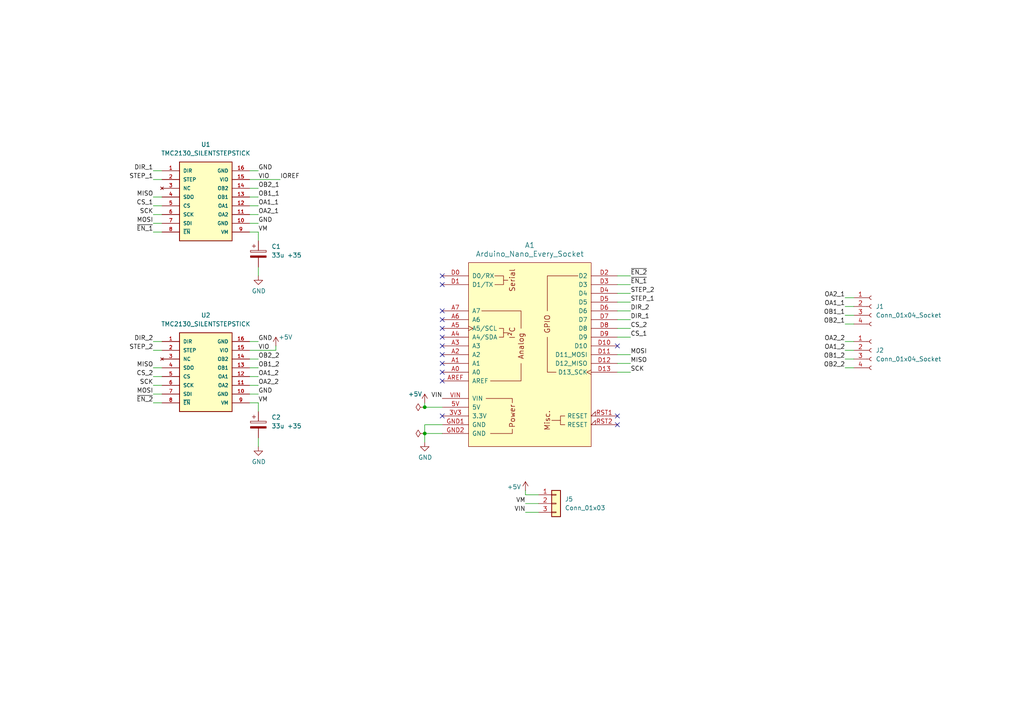
<source format=kicad_sch>
(kicad_sch (version 20231120) (generator "eeschema") (generator_version "8.0")
  (paper "A4")
  (lib_symbols
    (symbol "Connector:Conn_01x04_Socket" (pin_names (offset 1.016) hide)
      (property "Reference" "J" (at 0 5.08 0))
      (property "Value" "Conn_01x04_Socket" (at 0 -7.62 0))
      (symbol "Conn_01x04_Socket_1_1"
        (arc (start 0 -4.572) (mid -0.5058 -5.08) (end 0 -5.588) (stroke (width 0.1524)))
        (arc (start 0 -2.032) (mid -0.5058 -2.54) (end 0 -3.048) (stroke (width 0.1524)))
        (polyline (pts (xy -1.27 -5.08) (xy -0.508 -5.08)) (stroke (width 0.1524)))
        (polyline (pts (xy -1.27 -2.54) (xy -0.508 -2.54)) (stroke (width 0.1524)))
        (polyline (pts (xy -1.27 0) (xy -0.508 0)) (stroke (width 0.1524)))
        (polyline (pts (xy -1.27 2.54) (xy -0.508 2.54)) (stroke (width 0.1524)))
        (arc (start 0 0.508) (mid -0.5058 0) (end 0 -0.508) (stroke (width 0.1524)))
        (arc (start 0 3.048) (mid -0.5058 2.54) (end 0 2.032) (stroke (width 0.1524)))
        (pin passive line (at -5.08 2.54 0) (length 3.81) (name "Pin_1") (number "1"))
        (pin passive line (at -5.08 0 0) (length 3.81) (name "Pin_2") (number "2"))
        (pin passive line (at -5.08 -2.54 0) (length 3.81) (name "Pin_3") (number "3"))
        (pin passive line (at -5.08 -5.08 0) (length 3.81) (name "Pin_4") (number "4"))
      )
    )
    (symbol "Device:C_Polarized" (pin_numbers hide) (pin_names (offset 0.254))
      (property "Reference" "C" (at 0.635 2.54 0))
      (property "Value" "C_Polarized" (at 0.635 -2.54 0))
      (symbol "C_Polarized_0_1"
        (rectangle (start -2.286 0.508) (end 2.286 1.016))
        (polyline (pts (xy -1.778 2.286) (xy -0.762 2.286)))
        (polyline (pts (xy -1.27 2.794) (xy -1.27 1.778)))
        (rectangle (start 2.286 -0.508) (end -2.286 -1.016) (fill (type outline)))
      )
      (symbol "C_Polarized_1_1"
        (pin passive line (at 0 3.81 270) (length 2.794) (name "~") (number "1"))
        (pin passive line (at 0 -3.81 90) (length 2.794) (name "~") (number "2"))
      )
    )
    (symbol "LibPersoNadj:TMC2130_SILENTSTEPSTICK" (pin_names (offset 1.016))
      (property "Reference" "U" (at -12.7 22.86 0))
      (property "Value" "TMC2130_SILENTSTEPSTICK" (at -12.7 -22.86 0))
      (symbol "TMC2130_SILENTSTEPSTICK_0_0"
        (rectangle (start -7.62 12.7) (end 7.62 -10.16) (stroke (width 0.254)) (fill (type background)))
      )
      (symbol "TMC2130_SILENTSTEPSTICK_1_0"
        (pin input line (at -12.7 10.16 0) (length 5.08) (name "DIR") (number "1"))
        (pin power_in line (at 12.7 -5.08 180) (length 5.08) (name "GND") (number "10"))
        (pin output line (at 12.7 -2.54 180) (length 5.08) (name "OA2") (number "11"))
        (pin output line (at 12.7 0 180) (length 5.08) (name "OA1") (number "12"))
        (pin output line (at 12.7 2.54 180) (length 5.08) (name "OB1") (number "13"))
        (pin output line (at 12.7 5.08 180) (length 5.08) (name "OB2") (number "14"))
        (pin power_in line (at 12.7 7.62 180) (length 5.08) (name "VIO") (number "15"))
        (pin power_in line (at 12.7 10.16 180) (length 5.08) (name "GND") (number "16"))
        (pin no_connect line (at -2.54 -15.24 90) (length 5.08) hide (name "VREF") (number "17"))
        (pin no_connect line (at 0 -15.24 90) (length 5.08) hide (name "DIAG0") (number "18"))
        (pin no_connect line (at 2.54 -15.24 90) (length 5.08) hide (name "DIAG1") (number "19"))
        (pin input line (at -12.7 7.62 0) (length 5.08) (name "STEP") (number "2"))
        (pin no_connect line (at -12.7 5.08 0) (length 5.08) (name "NC") (number "3"))
        (pin input line (at -12.7 2.54 0) (length 5.08) (name "SDO") (number "4"))
        (pin input line (at -12.7 0 0) (length 5.08) (name "CS") (number "5"))
        (pin input line (at -12.7 -2.54 0) (length 5.08) (name "SCK") (number "6"))
        (pin unspecified line (at -12.7 -5.08 0) (length 5.08) (name "SDI") (number "7"))
        (pin input line (at -12.7 -7.62 0) (length 5.08) (name "~{EN}") (number "8"))
        (pin power_in line (at 12.7 -7.62 180) (length 5.08) (name "VM") (number "9"))
      )
    )
    (symbol "PCM_4ms_Connector:Conn_01x03" (pin_names (offset 1.016) hide)
      (property "Reference" "J" (at 0 5.08 0))
      (property "Value" "Conn_01x03" (at 0 -5.08 0))
      (symbol "Conn_01x03_1_1"
        (rectangle (start -1.27 -2.413) (end 0 -2.667) (stroke (width 0.1524)))
        (rectangle (start -1.27 0.127) (end 0 -0.127) (stroke (width 0.1524)))
        (rectangle (start -1.27 2.667) (end 0 2.413) (stroke (width 0.1524)))
        (rectangle (start -1.27 3.81) (end 1.27 -3.81) (stroke (width 0.254)) (fill (type background)))
        (pin passive line (at -5.08 2.54 0) (length 3.81) (name "Pin_1") (number "1"))
        (pin passive line (at -5.08 0 0) (length 3.81) (name "Pin_2") (number "2"))
        (pin passive line (at -5.08 -2.54 0) (length 3.81) (name "Pin_3") (number "3"))
      )
    )
    (symbol "PCM_arduino-library:Arduino_Nano_Every_Socket" (pin_names (offset 1.016))
      (property "Reference" "A" (at 0 33.02 0))
      (property "Value" "Arduino_Nano_Every_Socket" (at 0 29.21 0))
      (symbol "Arduino_Nano_Every_Socket_0_0"
        (rectangle (start -17.78 26.67) (end 17.78 -26.67) (fill (type background)))
        (polyline (pts (xy -7.62 6.35) (xy -6.35 6.35)))
        (polyline (pts (xy -7.62 21.59) (xy -6.35 21.59)))
        (polyline (pts (xy 8.89 -19.05) (xy 6.35 -19.05)))
        (polyline (pts (xy -11.43 -22.86) (xy -5.08 -22.86) (xy -5.08 -21.59)))
        (polyline (pts (xy -5.08 -13.97) (xy -5.08 -12.7) (xy -12.7 -12.7)))
        (polyline (pts (xy -10.16 22.86) (xy -7.62 22.86) (xy -7.62 20.32) (xy -10.16 20.32)))
        (polyline (pts (xy -8.89 7.62) (xy -7.62 7.62) (xy -7.62 5.08) (xy -8.89 5.08)))
        (text "Analog" (at -2.54 2.54 900) (effects (font (size 1.524 1.524))))
        (text "I²C" (at -5.08 6.35 900) (effects (font (size 1.524 1.524))))
        (text "Misc." (at 5.08 -19.05 900) (effects (font (size 1.524 1.524))))
        (text "Power" (at -5.08 -17.78 900) (effects (font (size 1.524 1.524))))
        (text "Serial" (at -5.08 21.59 900) (effects (font (size 1.524 1.524))))
      )
      (symbol "Arduino_Nano_Every_Socket_0_1"
        (polyline (pts (xy -13.97 12.7) (xy -2.54 12.7) (xy -2.54 7.62)))
        (polyline (pts (xy -11.43 -7.62) (xy -2.54 -7.62) (xy -2.54 -2.54)))
        (polyline (pts (xy 7.62 -5.08) (xy 5.08 -5.08) (xy 5.08 5.08)))
        (polyline (pts (xy 13.97 22.86) (xy 5.08 22.86) (xy 5.08 12.7)))
        (polyline (pts (xy 10.16 -17.78) (xy 8.89 -17.78) (xy 8.89 -20.32) (xy 10.16 -20.32)))
      )
      (symbol "Arduino_Nano_Every_Socket_1_0"
        (text "GPIO" (at 5.08 8.89 900) (effects (font (size 1.524 1.524))))
      )
      (symbol "Arduino_Nano_Every_Socket_1_1"
        (pin power_out line (at -25.4 -17.78 0) (length 7.62) (name "3.3V") (number "3V3"))
        (pin power_in line (at -25.4 -15.24 0) (length 7.62) (name "5V") (number "5V"))
        (pin bidirectional line (at -25.4 -5.08 0) (length 7.62) (name "A0") (number "A0"))
        (pin bidirectional line (at -25.4 -2.54 0) (length 7.62) (name "A1") (number "A1"))
        (pin bidirectional line (at -25.4 0 0) (length 7.62) (name "A2") (number "A2"))
        (pin bidirectional line (at -25.4 2.54 0) (length 7.62) (name "A3") (number "A3"))
        (pin bidirectional line (at -25.4 5.08 0) (length 7.62) (name "A4/SDA") (number "A4"))
        (pin bidirectional clock (at -25.4 7.62 0) (length 7.62) (name "A5/SCL") (number "A5"))
        (pin input line (at -25.4 10.16 0) (length 7.62) (name "A6") (number "A6"))
        (pin input line (at -25.4 12.7 0) (length 7.62) (name "A7") (number "A7"))
        (pin input line (at -25.4 -7.62 0) (length 7.62) (name "AREF") (number "AREF"))
        (pin bidirectional line (at -25.4 22.86 0) (length 7.62) (name "D0/RX") (number "D0"))
        (pin bidirectional line (at -25.4 20.32 0) (length 7.62) (name "D1/TX") (number "D1"))
        (pin bidirectional line (at 25.4 2.54 180) (length 7.62) (name "D10") (number "D10"))
        (pin bidirectional line (at 25.4 0 180) (length 7.62) (name "D11_MOSI") (number "D11"))
        (pin bidirectional line (at 25.4 -2.54 180) (length 7.62) (name "D12_MISO") (number "D12"))
        (pin bidirectional clock (at 25.4 -5.08 180) (length 7.62) (name "D13_SCK") (number "D13"))
        (pin bidirectional line (at 25.4 22.86 180) (length 7.62) (name "D2") (number "D2"))
        (pin bidirectional line (at 25.4 20.32 180) (length 7.62) (name "D3") (number "D3"))
        (pin bidirectional line (at 25.4 17.78 180) (length 7.62) (name "D4") (number "D4"))
        (pin bidirectional line (at 25.4 15.24 180) (length 7.62) (name "D5") (number "D5"))
        (pin bidirectional line (at 25.4 12.7 180) (length 7.62) (name "D6") (number "D6"))
        (pin bidirectional line (at 25.4 10.16 180) (length 7.62) (name "D7") (number "D7"))
        (pin bidirectional line (at 25.4 7.62 180) (length 7.62) (name "D8") (number "D8"))
        (pin bidirectional line (at 25.4 5.08 180) (length 7.62) (name "D9") (number "D9"))
        (pin power_in line (at -25.4 -20.32 0) (length 7.62) (name "GND") (number "GND1"))
        (pin power_in line (at -25.4 -22.86 0) (length 7.62) (name "GND") (number "GND2"))
        (pin open_collector input_low (at 25.4 -17.78 180) (length 7.62) (name "RESET") (number "RST1"))
        (pin open_collector input_low (at 25.4 -20.32 180) (length 7.62) (name "RESET") (number "RST2"))
        (pin power_in line (at -25.4 -12.7 0) (length 7.62) (name "VIN") (number "VIN"))
      )
    )
    (symbol "power:+5V" (power) (pin_numbers hide) (pin_names (offset 0) hide)
      (property "Value" "+5V" (at 0 3.556 0))
      (symbol "+5V_0_1"
        (polyline (pts (xy -0.762 1.27) (xy 0 2.54)))
        (polyline (pts (xy 0 0) (xy 0 2.54)))
        (polyline (pts (xy 0 2.54) (xy 0.762 1.27)))
      )
      (symbol "+5V_1_1"
        (pin power_in line (at 0 0 90) (length 0) (name "~") (number "1"))
      )
    )
    (symbol "power:GND" (power) (pin_numbers hide) (pin_names (offset 0) hide)
      (property "Value" "GND" (at 0 -3.81 0))
      (symbol "GND_0_1"
        (polyline (pts (xy 0 0) (xy 0 -1.27) (xy 1.27 -1.27) (xy 0 -2.54) (xy -1.27 -1.27) (xy 0 -1.27)))
      )
      (symbol "GND_1_1"
        (pin power_in line (at 0 0 270) (length 0) (name "~") (number "1"))
      )
    )
    (symbol "power:PWR_FLAG" (power) (pin_numbers hide) (pin_names (offset 0) hide)
      (property "Value" "PWR_FLAG" (at 0 3.81 0))
      (symbol "PWR_FLAG_0_0"
        (pin power_out line (at 0 0 90) (length 0) (name "~") (number "1"))
      )
      (symbol "PWR_FLAG_0_1"
        (polyline (pts (xy 0 0) (xy 0 1.27) (xy -1.016 1.905) (xy 0 2.54) (xy 1.016 1.905) (xy 0 1.27)))
      )
    )
  )
  (junction (at 123.19 118.11))
  (junction (at 123.19 125.73))
  (no_connect (at 128.27 97.79))
  (no_connect (at 128.27 92.71))
  (no_connect (at 179.07 100.33))
  (no_connect (at 179.07 120.65))
  (no_connect (at 128.27 82.55))
  (no_connect (at 128.27 100.33))
  (no_connect (at 128.27 95.25))
  (no_connect (at 128.27 107.95))
  (no_connect (at 179.07 123.19))
  (no_connect (at 128.27 120.65))
  (no_connect (at 128.27 90.17))
  (no_connect (at 128.27 102.87))
  (no_connect (at 128.27 80.01))
  (no_connect (at 128.27 110.49))
  (no_connect (at 128.27 105.41))
  (wire (pts (xy 72.39 67.31) (xy 74.93 67.31)))
  (wire (pts (xy 44.45 106.68) (xy 46.99 106.68)))
  (wire (pts (xy 182.88 105.41) (xy 179.07 105.41)))
  (wire (pts (xy 44.45 62.23) (xy 46.99 62.23)))
  (wire (pts (xy 72.39 101.6) (xy 80.01 101.6)))
  (wire (pts (xy 74.93 59.69) (xy 72.39 59.69)))
  (wire (pts (xy 74.93 67.31) (xy 74.93 69.85)))
  (wire (pts (xy 245.11 88.9) (xy 247.65 88.9)))
  (wire (pts (xy 74.93 49.53) (xy 72.39 49.53)))
  (wire (pts (xy 44.45 111.76) (xy 46.99 111.76)))
  (wire (pts (xy 74.93 64.77) (xy 72.39 64.77)))
  (wire (pts (xy 245.11 93.98) (xy 247.65 93.98)))
  (wire (pts (xy 74.93 114.3) (xy 72.39 114.3)))
  (wire (pts (xy 74.93 116.84) (xy 74.93 119.38)))
  (wire (pts (xy 182.88 80.01) (xy 179.07 80.01)))
  (wire (pts (xy 74.93 109.22) (xy 72.39 109.22)))
  (wire (pts (xy 245.11 101.6) (xy 247.65 101.6)))
  (wire (pts (xy 44.45 99.06) (xy 46.99 99.06)))
  (wire (pts (xy 74.93 99.06) (xy 72.39 99.06)))
  (wire (pts (xy 152.4 146.05) (xy 156.21 146.05)))
  (wire (pts (xy 74.93 111.76) (xy 72.39 111.76)))
  (wire (pts (xy 44.45 67.31) (xy 46.99 67.31)))
  (wire (pts (xy 44.45 101.6) (xy 46.99 101.6)))
  (wire (pts (xy 72.39 52.07) (xy 81.28 52.07)))
  (wire (pts (xy 182.88 87.63) (xy 179.07 87.63)))
  (wire (pts (xy 74.93 57.15) (xy 72.39 57.15)))
  (wire (pts (xy 245.11 91.44) (xy 247.65 91.44)))
  (wire (pts (xy 245.11 99.06) (xy 247.65 99.06)))
  (wire (pts (xy 74.93 54.61) (xy 72.39 54.61)))
  (wire (pts (xy 182.88 95.25) (xy 179.07 95.25)))
  (wire (pts (xy 182.88 102.87) (xy 179.07 102.87)))
  (wire (pts (xy 245.11 86.36) (xy 247.65 86.36)))
  (wire (pts (xy 182.88 90.17) (xy 179.07 90.17)))
  (wire (pts (xy 44.45 109.22) (xy 46.99 109.22)))
  (wire (pts (xy 123.19 118.11) (xy 128.27 118.11)))
  (wire (pts (xy 74.93 77.47) (xy 74.93 80.01)))
  (wire (pts (xy 74.93 104.14) (xy 72.39 104.14)))
  (wire (pts (xy 44.45 52.07) (xy 46.99 52.07)))
  (wire (pts (xy 128.27 123.19) (xy 123.19 123.19)))
  (wire (pts (xy 44.45 57.15) (xy 46.99 57.15)))
  (wire (pts (xy 80.01 100.33) (xy 80.01 101.6)))
  (wire (pts (xy 182.88 97.79) (xy 179.07 97.79)))
  (wire (pts (xy 152.4 143.51) (xy 156.21 143.51)))
  (wire (pts (xy 182.88 82.55) (xy 179.07 82.55)))
  (wire (pts (xy 152.4 148.59) (xy 156.21 148.59)))
  (wire (pts (xy 44.45 49.53) (xy 46.99 49.53)))
  (wire (pts (xy 123.19 116.84) (xy 123.19 118.11)))
  (wire (pts (xy 44.45 114.3) (xy 46.99 114.3)))
  (wire (pts (xy 44.45 64.77) (xy 46.99 64.77)))
  (wire (pts (xy 182.88 85.09) (xy 179.07 85.09)))
  (wire (pts (xy 245.11 106.68) (xy 247.65 106.68)))
  (wire (pts (xy 74.93 62.23) (xy 72.39 62.23)))
  (wire (pts (xy 74.93 127) (xy 74.93 129.54)))
  (wire (pts (xy 152.4 142.24) (xy 152.4 143.51)))
  (wire (pts (xy 74.93 106.68) (xy 72.39 106.68)))
  (wire (pts (xy 44.45 116.84) (xy 46.99 116.84)))
  (wire (pts (xy 182.88 107.95) (xy 179.07 107.95)))
  (wire (pts (xy 72.39 116.84) (xy 74.93 116.84)))
  (wire (pts (xy 123.19 125.73) (xy 123.19 128.27)))
  (wire (pts (xy 128.27 125.73) (xy 123.19 125.73)))
  (wire (pts (xy 44.45 59.69) (xy 46.99 59.69)))
  (wire (pts (xy 182.88 92.71) (xy 179.07 92.71)))
  (wire (pts (xy 245.11 104.14) (xy 247.65 104.14)))
  (wire (pts (xy 123.19 123.19) (xy 123.19 125.73)))
  (label "OA2_1" (at 245.11 86.36 180))
  (label "OA1_1" (at 74.93 59.69 0))
  (label "~{EN_1}" (at 44.45 67.31 180))
  (label "STEP_1" (at 44.45 52.07 180))
  (label "MISO" (at 44.45 57.15 180))
  (label "CS_2" (at 182.88 95.25 0))
  (label "GND" (at 74.93 114.3 0))
  (label "~{EN_2}" (at 44.45 116.84 180))
  (label "VM" (at 152.4 146.05 180))
  (label "VIO" (at 74.93 101.6 0))
  (label "VM" (at 74.93 116.84 0))
  (label "VM" (at 74.93 67.31 0))
  (label "MOSI" (at 182.88 102.87 0))
  (label "IOREF" (at 81.28 52.07 0))
  (label "OA2_1" (at 74.93 62.23 0))
  (label "OB1_2" (at 74.93 106.68 0))
  (label "~{EN_2}" (at 182.88 80.01 0))
  (label "OA1_1" (at 245.11 88.9 180))
  (label "MOSI" (at 44.45 64.77 180))
  (label "VIO" (at 74.93 52.07 0))
  (label "OA2_2" (at 74.93 111.76 0))
  (label "MISO" (at 44.45 106.68 180))
  (label "OA2_2" (at 245.11 99.06 180))
  (label "OB1_1" (at 74.93 57.15 0))
  (label "SCK" (at 44.45 111.76 180))
  (label "DIR_1" (at 44.45 49.53 180))
  (label "MOSI" (at 44.45 114.3 180))
  (label "CS_2" (at 44.45 109.22 180))
  (label "VIN" (at 152.4 148.59 180))
  (label "SCK" (at 44.45 62.23 180))
  (label "OB2_1" (at 74.93 54.61 0))
  (label "~{EN_1}" (at 182.88 82.55 0))
  (label "STEP_2" (at 44.45 101.6 180))
  (label "VIN" (at 128.27 115.57 180))
  (label "OB2_2" (at 74.93 104.14 0))
  (label "OB1_2" (at 245.11 104.14 180))
  (label "DIR_2" (at 182.88 90.17 0))
  (label "SCK" (at 182.88 107.95 0))
  (label "OB2_1" (at 245.11 93.98 180))
  (label "OB2_2" (at 245.11 106.68 180))
  (label "CS_1" (at 182.88 97.79 0))
  (label "GND" (at 74.93 49.53 0))
  (label "STEP_2" (at 182.88 85.09 0))
  (label "DIR_1" (at 182.88 92.71 0))
  (label "GND" (at 74.93 64.77 0))
  (label "OA1_2" (at 74.93 109.22 0))
  (label "OB1_1" (at 245.11 91.44 180))
  (label "DIR_2" (at 44.45 99.06 180))
  (label "GND" (at 74.93 99.06 0))
  (label "CS_1" (at 44.45 59.69 180))
  (label "MISO" (at 182.88 105.41 0))
  (label "STEP_1" (at 182.88 87.63 0))
  (label "OA1_2" (at 245.11 101.6 180))
  (symbol (lib_id "power:PWR_FLAG") (at 123.19 118.11 90) (unit 1)
    (property "Reference" "#FLG02" (effects (hide yes)))
    (property "Value" "PWR_FLAG" (effects (hide yes)))
    (property "Description" "Special symbol for telling ERC where power comes from" (effects (hide yes)))
  )
  (symbol (lib_id "power:+5V") (at 123.19 116.84 0) (unit 1)
    (property "Reference" "#PWR01" (effects (hide yes)))
    (property "Value" "+5V" (at 120.396 114.3 0))
    (property "Description" "Power symbol creates a global label with name \"+5V\"" (effects (hide yes)))
  )
  (symbol (lib_id "Device:C_Polarized") (at 74.93 73.66 0) (unit 1)
    (property "Reference" "C1" (at 78.74 71.5009 0) (effects (justify left)))
    (property "Value" "33u +35" (at 78.74 74.0409 0) (effects (justify left)))
    (property "Footprint" "Capacitor_Tantalum_SMD:CP_EIA-7343-43_Kemet-X_Pad2.25x2.55mm_HandSolder" (effects (hide yes)))
    (property "Description" "Polarized capacitor" (effects (hide yes)))
  )
  (symbol (lib_id "PCM_arduino-library:Arduino_Nano_Every_Socket") (at 153.67 102.87 0) (unit 1)
    (property "Reference" "A1" (at 153.67 71.12 0) (effects (font (size 1.524 1.524))))
    (property "Value" "Arduino_Nano_Every_Socket" (at 153.67 73.66 0) (effects (font (size 1.524 1.524))))
    (property "Footprint" "LibPersoNadj:Arduino_Nano_Every_Shield" (effects (hide yes)))
    (property "Datasheet" "https://docs.arduino.cc/hardware/nano-every" (effects (hide yes)))
    (property "Description" "Socket for Arduino Nano Every" (effects (hide yes)))
  )
  (symbol (lib_id "Connector:Conn_01x04_Socket") (at 252.73 88.9 0) (unit 1)
    (property "Reference" "J1" (at 254 88.8999 0) (effects (justify left)))
    (property "Value" "Conn_01x04_Socket" (at 254 91.4399 0) (effects (justify left)))
    (property "Footprint" "LibPersoNadj:CUI_TBL009-254-04BK-2OR" (effects (hide yes)))
    (property "Description" "Generic connector, single row, 01x04, script generated" (effects (hide yes)))
  )
  (symbol (lib_id "LibPersoNadj:TMC2130_SILENTSTEPSTICK") (at 59.69 109.22 0) (unit 1)
    (property "Reference" "U2" (at 59.69 91.44 0))
    (property "Value" "TMC2130_SILENTSTEPSTICK" (at 59.69 93.98 0))
    (property "Footprint" "LibPersoNadj:TMC2130_SILENTSTEPSTICK" (effects (hide yes)))
    (property "Datasheet" "https://github.com/watterott/SilentStepStick/blob/master/hardware/SilentStepStick-TMC2130_v20.pdf" (effects (hide yes)))
  )
  (symbol (lib_id "power:+5V") (at 80.01 100.33 0) (mirror y) (unit 1)
    (property "Reference" "#PWR03" (effects (hide yes)))
    (property "Value" "+5V" (at 82.804 97.79 0))
    (property "Description" "Power symbol creates a global label with name \"+5V\"" (effects (hide yes)))
  )
  (symbol (lib_id "power:PWR_FLAG") (at 123.19 125.73 90) (unit 1)
    (property "Reference" "#FLG01" (effects (hide yes)))
    (property "Value" "PWR_FLAG" (effects (hide yes)))
    (property "Description" "Special symbol for telling ERC where power comes from" (effects (hide yes)))
  )
  (symbol (lib_id "Device:C_Polarized") (at 74.93 123.19 0) (unit 1)
    (property "Reference" "C2" (at 78.74 121.0309 0) (effects (justify left)))
    (property "Value" "33u +35" (at 78.74 123.5709 0) (effects (justify left)))
    (property "Footprint" "Capacitor_Tantalum_SMD:CP_EIA-7343-43_Kemet-X_Pad2.25x2.55mm_HandSolder" (effects (hide yes)))
    (property "Description" "Polarized capacitor" (effects (hide yes)))
  )
  (symbol (lib_id "power:GND") (at 74.93 80.01 0) (unit 1)
    (property "Reference" "#PWR0103" (effects (hide yes)))
    (property "Value" "GND" (at 75.057 84.4042 0))
    (property "Description" "Power symbol creates a global label with name \"GND\" , ground" (effects (hide yes)))
  )
  (symbol (lib_id "PCM_4ms_Connector:Conn_01x03") (at 161.29 146.05 0) (unit 1)
    (property "Reference" "J5" (at 163.83 144.7799 0) (effects (justify left)))
    (property "Value" "Conn_01x03" (at 163.83 147.3199 0) (effects (justify left)))
    (property "Footprint" "Connector_PinHeader_2.54mm:PinHeader_1x03_P2.54mm_Vertical" (effects (hide yes)))
    (property "Description" "HEADER 1x3 MALE PINS 0.100” 180deg" (effects (hide yes)))
    (property "Specifications" "HEADER 1x3 MALE PINS 0.100” 180deg" (effects (hide yes)))
    (property "Manufacturer" "TAD" (effects (hide yes)))
    (property "Part Number" "1-0301FBV0T" (effects (hide yes)))
  )
  (symbol (lib_id "power:+5V") (at 152.4 142.24 0) (unit 1)
    (property "Reference" "#PWR04" (effects (hide yes)))
    (property "Value" "+5V" (at 149.098 141.224 0))
    (property "Description" "Power symbol creates a global label with name \"+5V\"" (effects (hide yes)))
  )
  (symbol (lib_id "Connector:Conn_01x04_Socket") (at 252.73 101.6 0) (unit 1)
    (property "Reference" "J2" (at 254 101.5999 0) (effects (justify left)))
    (property "Value" "Conn_01x04_Socket" (at 254 104.1399 0) (effects (justify left)))
    (property "Footprint" "LibPersoNadj:CUI_TBL009-254-04BK-2OR" (effects (hide yes)))
    (property "Description" "Generic connector, single row, 01x04, script generated" (effects (hide yes)))
  )
  (symbol (lib_id "power:GND") (at 123.19 128.27 0) (unit 1)
    (property "Reference" "#PWR02" (effects (hide yes)))
    (property "Value" "GND" (at 123.317 132.6642 0))
    (property "Description" "Power symbol creates a global label with name \"GND\" , ground" (effects (hide yes)))
  )
  (symbol (lib_id "power:GND") (at 74.93 129.54 0) (unit 1)
    (property "Reference" "#PWR0104" (effects (hide yes)))
    (property "Value" "GND" (at 75.057 133.9342 0))
    (property "Description" "Power symbol creates a global label with name \"GND\" , ground" (effects (hide yes)))
  )
  (symbol (lib_id "LibPersoNadj:TMC2130_SILENTSTEPSTICK") (at 59.69 59.69 0) (unit 1)
    (property "Reference" "U1" (at 59.69 41.91 0))
    (property "Value" "TMC2130_SILENTSTEPSTICK" (at 59.69 44.45 0))
    (property "Footprint" "LibPersoNadj:TMC2130_SILENTSTEPSTICK" (effects (hide yes)))
    (property "Datasheet" "https://github.com/watterott/SilentStepStick/blob/master/hardware/SilentStepStick-TMC2130_v20.pdf" (effects (hide yes)))
  )
)
</source>
